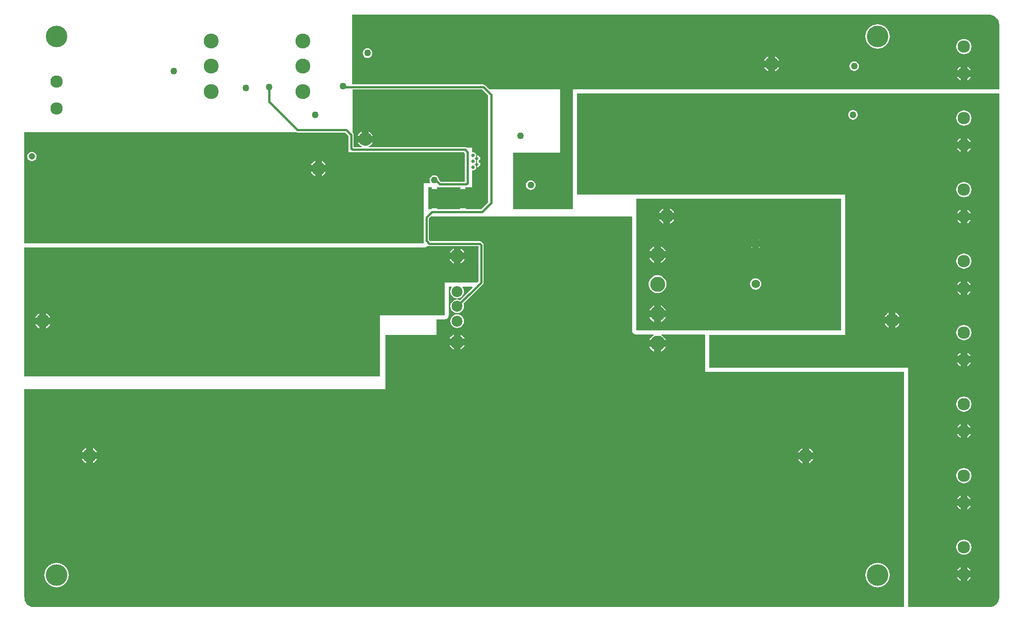
<source format=gbl>
G04*
G04 #@! TF.GenerationSoftware,Altium Limited,Altium Designer,19.1.7 (138)*
G04*
G04 Layer_Physical_Order=4*
G04 Layer_Color=16711680*
%FSLAX25Y25*%
%MOIN*%
G70*
G01*
G75*
%ADD73C,0.06200*%
%ADD75C,0.02480*%
%ADD77C,0.01600*%
%ADD84C,0.10000*%
%ADD85C,0.10925*%
%ADD86C,0.09961*%
%ADD87C,0.07953*%
%ADD88C,0.10984*%
%ADD89C,0.15748*%
%ADD90C,0.09055*%
%ADD92C,0.05000*%
%ADD94C,0.04724*%
G36*
X340500Y375905D02*
Y337600D01*
X340500Y297795D01*
X335340Y292635D01*
X324186D01*
X324016Y293135D01*
X324491Y293500D01*
X319509D01*
X319984Y293135D01*
X319814Y292635D01*
X303386D01*
X303216Y293135D01*
X303691Y293500D01*
X298709D01*
X299230Y293100D01*
X299060Y292600D01*
X296600D01*
X296600Y308574D01*
X297888D01*
X297987Y308587D01*
X298086Y308581D01*
X298184Y308600D01*
X299439D01*
X299538Y308100D01*
X299435Y308057D01*
X298709Y307500D01*
X303691D01*
X302965Y308057D01*
X302862Y308100D01*
X302961Y308600D01*
X320239Y308600D01*
X320338Y308100D01*
X320235Y308057D01*
X319509Y307500D01*
X324491D01*
X323765Y308057D01*
X323662Y308100D01*
X323761Y308600D01*
X328700D01*
Y320858D01*
X329086Y321176D01*
X329541Y321085D01*
X330415Y321259D01*
X331156Y321754D01*
X331651Y322495D01*
X331825Y323369D01*
X331651Y324243D01*
X331156Y324984D01*
X330782Y325234D01*
Y325835D01*
X331156Y326085D01*
X331651Y326826D01*
X331825Y327700D01*
X331651Y328574D01*
X331156Y329315D01*
X330782Y329565D01*
Y330166D01*
X331156Y330416D01*
X331651Y331157D01*
X331825Y332031D01*
X331651Y332905D01*
X331156Y333646D01*
X330415Y334141D01*
X329541Y334315D01*
X329086Y334224D01*
X328700Y334542D01*
Y337600D01*
X324745D01*
X324302Y337896D01*
X323600Y338035D01*
X253230D01*
X253104Y338535D01*
X253949Y338987D01*
X254863Y339737D01*
X255613Y340651D01*
X256067Y341500D01*
X250600D01*
X245133D01*
X245587Y340651D01*
X246337Y339737D01*
X247251Y338987D01*
X248096Y338535D01*
X247970Y338035D01*
X242135D01*
Y347100D01*
X241996Y347802D01*
X241598Y348398D01*
X241500Y348495D01*
Y380265D01*
X336140D01*
X340500Y375905D01*
D02*
G37*
G36*
X200220Y348900D02*
X200900Y348765D01*
X236040D01*
X238465Y346340D01*
Y337137D01*
X238500Y336960D01*
Y334500D01*
X240557D01*
X241237Y334365D01*
X322840D01*
X323465Y333740D01*
Y312735D01*
X305780D01*
X304628Y313887D01*
X304630Y313900D01*
X304510Y314814D01*
X304157Y315665D01*
X303596Y316396D01*
X302865Y316957D01*
X302014Y317310D01*
X301100Y317430D01*
X300186Y317310D01*
X299335Y316957D01*
X298604Y316396D01*
X298043Y315665D01*
X297690Y314814D01*
X297570Y313900D01*
X297690Y312986D01*
X298043Y312135D01*
X298109Y312048D01*
X297888Y311600D01*
X293500D01*
X293500Y286928D01*
X293427Y286563D01*
Y269537D01*
X293500Y269172D01*
Y267600D01*
X238500Y267600D01*
X1538D01*
Y348900D01*
X200220Y348900D01*
D02*
G37*
G36*
X706134Y434976D02*
X706203Y434962D01*
X706992Y434952D01*
X708535Y434627D01*
X709986Y434011D01*
X711291Y433125D01*
X712400Y432004D01*
X713271Y430690D01*
X713872Y429232D01*
X714180Y427685D01*
X714182Y426879D01*
X714184Y426869D01*
X714162Y426763D01*
Y380300D01*
X402307D01*
Y292600D01*
X358700D01*
Y333900D01*
X393107D01*
X393107Y380300D01*
X341296Y380300D01*
X338198Y383398D01*
X337602Y383796D01*
X337486Y383819D01*
X336900Y383935D01*
X241207D01*
X241207Y434978D01*
X706134Y434976D01*
D02*
G37*
G36*
X296698Y265704D02*
X297400Y265565D01*
X333465D01*
Y239831D01*
X332534Y238900D01*
X308600Y238900D01*
X308600Y215100D01*
X261436D01*
Y170300D01*
X1538D01*
Y264574D01*
X238500D01*
X293500Y264574D01*
X294283Y264677D01*
X295013Y264980D01*
X295640Y265460D01*
X295900Y265800D01*
X296555D01*
X296698Y265704D01*
D02*
G37*
G36*
X445774Y287058D02*
X445774Y203900D01*
X445877Y203117D01*
X446179Y202387D01*
X446660Y201760D01*
X447287Y201279D01*
X448017Y200977D01*
X448800Y200874D01*
X461305D01*
X461430Y200374D01*
X460632Y199948D01*
X459644Y199136D01*
X458833Y198148D01*
X458232Y197024D01*
X470282D01*
X469681Y198148D01*
X468869Y199136D01*
X467881Y199948D01*
X467083Y200374D01*
X467209Y200874D01*
X498821D01*
X498974Y200700D01*
Y176800D01*
X499033Y176352D01*
Y173750D01*
X644274D01*
X644274Y1538D01*
X8633Y1538D01*
X7943D01*
X6588Y1805D01*
X5310Y2328D01*
X4157Y3090D01*
X3173Y4059D01*
X2395Y5200D01*
X1853Y6470D01*
X1565Y7826D01*
X1551Y8538D01*
X1536Y8607D01*
X1538Y8616D01*
Y8655D01*
X1538Y8657D01*
X1538Y8662D01*
Y161050D01*
X265233Y161050D01*
X265233Y200650D01*
X283033D01*
X302733Y200650D01*
Y212074D01*
X308600D01*
X309383Y212177D01*
X310113Y212479D01*
X310740Y212960D01*
X311221Y213587D01*
X311523Y214317D01*
X311626Y215100D01*
X311626Y235874D01*
X313599D01*
X313821Y235426D01*
X313453Y234947D01*
X312952Y233736D01*
X312781Y232437D01*
X312952Y231138D01*
X313453Y229927D01*
X314251Y228888D01*
X315290Y228090D01*
X316501Y227589D01*
X317800Y227418D01*
X319099Y227589D01*
X320310Y228090D01*
X321349Y228888D01*
X322147Y229927D01*
X322648Y231138D01*
X322819Y232437D01*
X322648Y233736D01*
X322147Y234947D01*
X321779Y235426D01*
X322001Y235874D01*
X328854Y235874D01*
X329046Y235412D01*
X319774Y226140D01*
X319099Y226419D01*
X317800Y226590D01*
X316501Y226419D01*
X315290Y225918D01*
X314251Y225120D01*
X313453Y224080D01*
X312952Y222870D01*
X312781Y221571D01*
X312952Y220272D01*
X313453Y219061D01*
X314251Y218022D01*
X315290Y217224D01*
X316501Y216723D01*
X317800Y216551D01*
X319099Y216723D01*
X320310Y217224D01*
X321349Y218022D01*
X322147Y219061D01*
X322648Y220272D01*
X322819Y221571D01*
X322648Y222870D01*
X322369Y223544D01*
X336598Y237773D01*
X336996Y238369D01*
X337135Y239071D01*
Y266463D01*
X336996Y267165D01*
X336598Y267760D01*
X335661Y268698D01*
X335065Y269096D01*
X334363Y269235D01*
X298160D01*
X297098Y270297D01*
Y285803D01*
X298478Y287182D01*
X445420Y287411D01*
X445774Y287058D01*
D02*
G37*
G36*
X598400Y203900D02*
X448800D01*
X448800Y300300D01*
X598400D01*
X598400Y203900D01*
D02*
G37*
G36*
X714162Y9600D02*
Y8804D01*
X713852Y7243D01*
X713243Y5772D01*
X712358Y4448D01*
X711233Y3323D01*
X709909Y2438D01*
X708438Y1829D01*
X706877Y1518D01*
X706063D01*
X706052Y1516D01*
X705943Y1538D01*
X647300Y1538D01*
X647300Y176800D01*
X502000Y176800D01*
Y200700D01*
X601400Y200700D01*
Y203703D01*
X601426Y203900D01*
X601426Y300300D01*
X601400Y300496D01*
Y303400D01*
X405333Y303400D01*
Y377274D01*
X714162D01*
Y9600D01*
D02*
G37*
%LPC*%
G36*
X253100Y349467D02*
Y346500D01*
X256067D01*
X255613Y347350D01*
X254863Y348263D01*
X253949Y349013D01*
X253100Y349467D01*
D02*
G37*
G36*
X248100D02*
X247251Y349013D01*
X246337Y348263D01*
X245587Y347350D01*
X245133Y346500D01*
X248100D01*
Y349467D01*
D02*
G37*
G36*
X334659Y332031D02*
X332375D01*
X332549Y331157D01*
X333044Y330416D01*
X333418Y330166D01*
Y329565D01*
X333044Y329315D01*
X332549Y328574D01*
X332375Y327700D01*
X332549Y326826D01*
X333044Y326085D01*
X333418Y325835D01*
Y325234D01*
X333044Y324984D01*
X332549Y324243D01*
X332375Y323369D01*
X334659D01*
Y325200D01*
Y329531D01*
Y332031D01*
D02*
G37*
G36*
X7060Y334591D02*
X6182Y334475D01*
X5364Y334137D01*
X4662Y333598D01*
X4123Y332895D01*
X3784Y332078D01*
X3669Y331200D01*
X3784Y330322D01*
X4123Y329504D01*
X4662Y328802D01*
X5364Y328263D01*
X6182Y327924D01*
X7060Y327809D01*
X7937Y327924D01*
X8755Y328263D01*
X9458Y328802D01*
X9996Y329504D01*
X10335Y330322D01*
X10451Y331200D01*
X10335Y332078D01*
X9996Y332895D01*
X9458Y333598D01*
X8755Y334137D01*
X7937Y334475D01*
X7060Y334591D01*
D02*
G37*
G36*
X218900Y327967D02*
Y325000D01*
X221867D01*
X221413Y325850D01*
X220663Y326763D01*
X219749Y327513D01*
X218900Y327967D01*
D02*
G37*
G36*
X213900D02*
X213051Y327513D01*
X212137Y326763D01*
X211387Y325850D01*
X210933Y325000D01*
X213900D01*
Y327967D01*
D02*
G37*
G36*
X221867Y320000D02*
X218900D01*
Y317033D01*
X219749Y317487D01*
X220663Y318237D01*
X221413Y319150D01*
X221867Y320000D01*
D02*
G37*
G36*
X213900D02*
X210933D01*
X211387Y319150D01*
X212137Y318237D01*
X213051Y317487D01*
X213900Y317033D01*
Y320000D01*
D02*
G37*
G36*
X625000Y427917D02*
X623260Y427746D01*
X621588Y427238D01*
X620046Y426414D01*
X618695Y425305D01*
X617586Y423954D01*
X616762Y422412D01*
X616254Y420740D01*
X616083Y419000D01*
X616254Y417260D01*
X616762Y415588D01*
X617586Y414046D01*
X618695Y412695D01*
X620046Y411586D01*
X621588Y410762D01*
X623260Y410254D01*
X625000Y410083D01*
X626740Y410254D01*
X628412Y410762D01*
X629954Y411586D01*
X631305Y412695D01*
X632414Y414046D01*
X633238Y415588D01*
X633746Y417260D01*
X633917Y419000D01*
X633746Y420740D01*
X633238Y422412D01*
X632414Y423954D01*
X631305Y425305D01*
X629954Y426414D01*
X628412Y427238D01*
X626740Y427746D01*
X625000Y427917D01*
D02*
G37*
G36*
X688100Y417175D02*
X686657Y416985D01*
X685312Y416428D01*
X684158Y415542D01*
X683272Y414388D01*
X682715Y413043D01*
X682525Y411600D01*
X682715Y410157D01*
X683272Y408812D01*
X684158Y407658D01*
X685312Y406772D01*
X686657Y406215D01*
X688100Y406025D01*
X689543Y406215D01*
X690888Y406772D01*
X692042Y407658D01*
X692928Y408812D01*
X693485Y410157D01*
X693675Y411600D01*
X693485Y413043D01*
X692928Y414388D01*
X692042Y415542D01*
X690888Y416428D01*
X689543Y416985D01*
X688100Y417175D01*
D02*
G37*
G36*
X252300Y410430D02*
X251386Y410310D01*
X250535Y409957D01*
X249804Y409396D01*
X249243Y408665D01*
X248890Y407814D01*
X248770Y406900D01*
X248890Y405986D01*
X249243Y405135D01*
X249804Y404404D01*
X250535Y403843D01*
X251386Y403490D01*
X252300Y403370D01*
X253214Y403490D01*
X254065Y403843D01*
X254796Y404404D01*
X255357Y405135D01*
X255710Y405986D01*
X255830Y406900D01*
X255710Y407814D01*
X255357Y408665D01*
X254796Y409396D01*
X254065Y409957D01*
X253214Y410310D01*
X252300Y410430D01*
D02*
G37*
G36*
X550100Y404467D02*
Y401500D01*
X553067D01*
X552613Y402350D01*
X551863Y403263D01*
X550949Y404013D01*
X550100Y404467D01*
D02*
G37*
G36*
X545100D02*
X544250Y404013D01*
X543337Y403263D01*
X542587Y402350D01*
X542133Y401500D01*
X545100D01*
Y404467D01*
D02*
G37*
G36*
X690600Y396862D02*
Y394415D01*
X693048D01*
X692928Y394703D01*
X692042Y395857D01*
X690888Y396743D01*
X690600Y396862D01*
D02*
G37*
G36*
X685600D02*
X685312Y396743D01*
X684158Y395857D01*
X683272Y394703D01*
X683152Y394415D01*
X685600D01*
Y396862D01*
D02*
G37*
G36*
X608000Y400830D02*
X607086Y400710D01*
X606235Y400357D01*
X605504Y399796D01*
X604943Y399065D01*
X604590Y398214D01*
X604470Y397300D01*
X604590Y396386D01*
X604943Y395535D01*
X605504Y394804D01*
X606235Y394243D01*
X607086Y393890D01*
X608000Y393770D01*
X608914Y393890D01*
X609765Y394243D01*
X610496Y394804D01*
X611057Y395535D01*
X611410Y396386D01*
X611530Y397300D01*
X611410Y398214D01*
X611057Y399065D01*
X610496Y399796D01*
X609765Y400357D01*
X608914Y400710D01*
X608000Y400830D01*
D02*
G37*
G36*
X553067Y396500D02*
X550100D01*
Y393533D01*
X550949Y393987D01*
X551863Y394737D01*
X552613Y395651D01*
X553067Y396500D01*
D02*
G37*
G36*
X545100D02*
X542133D01*
X542587Y395651D01*
X543337Y394737D01*
X544250Y393987D01*
X545100Y393533D01*
Y396500D01*
D02*
G37*
G36*
X693048Y389415D02*
X690600D01*
Y386967D01*
X690888Y387087D01*
X692042Y387973D01*
X692928Y389127D01*
X693048Y389415D01*
D02*
G37*
G36*
X685600D02*
X683152D01*
X683272Y389127D01*
X684158Y387973D01*
X685312Y387087D01*
X685600Y386967D01*
Y389415D01*
D02*
G37*
G36*
X371600Y313830D02*
X370686Y313710D01*
X369835Y313357D01*
X369104Y312796D01*
X368543Y312065D01*
X368190Y311214D01*
X368070Y310300D01*
X368190Y309386D01*
X368543Y308535D01*
X369104Y307804D01*
X369835Y307243D01*
X370686Y306890D01*
X371600Y306770D01*
X372514Y306890D01*
X373365Y307243D01*
X374096Y307804D01*
X374657Y308535D01*
X375010Y309386D01*
X375130Y310300D01*
X375010Y311214D01*
X374657Y312065D01*
X374096Y312796D01*
X373365Y313357D01*
X372514Y313710D01*
X371600Y313830D01*
D02*
G37*
G36*
X320300Y263945D02*
Y261000D01*
X323245D01*
X322797Y261839D01*
X322049Y262749D01*
X321139Y263496D01*
X320300Y263945D01*
D02*
G37*
G36*
X315300D02*
X314461Y263496D01*
X313551Y262749D01*
X312804Y261839D01*
X312355Y261000D01*
X315300D01*
Y263945D01*
D02*
G37*
G36*
X323245Y256000D02*
X320300D01*
Y253055D01*
X321139Y253503D01*
X322049Y254251D01*
X322797Y255161D01*
X323245Y256000D01*
D02*
G37*
G36*
X315300D02*
X312355D01*
X312804Y255161D01*
X313551Y254251D01*
X314461Y253503D01*
X315300Y253055D01*
Y256000D01*
D02*
G37*
G36*
X17400Y216367D02*
Y213400D01*
X20367D01*
X19913Y214249D01*
X19163Y215163D01*
X18249Y215913D01*
X17400Y216367D01*
D02*
G37*
G36*
X12400D02*
X11550Y215913D01*
X10637Y215163D01*
X9887Y214249D01*
X9433Y213400D01*
X12400D01*
Y216367D01*
D02*
G37*
G36*
X20367Y208400D02*
X17400D01*
Y205433D01*
X18249Y205887D01*
X19163Y206637D01*
X19913Y207551D01*
X20367Y208400D01*
D02*
G37*
G36*
X12400D02*
X9433D01*
X9887Y207551D01*
X10637Y206637D01*
X11550Y205887D01*
X12400Y205433D01*
Y208400D01*
D02*
G37*
G36*
X317800Y215763D02*
X316501Y215592D01*
X315290Y215091D01*
X314251Y214293D01*
X313453Y213254D01*
X312952Y212043D01*
X312781Y210744D01*
X312952Y209445D01*
X313453Y208234D01*
X314251Y207195D01*
X315290Y206397D01*
X316501Y205896D01*
X317800Y205725D01*
X319099Y205896D01*
X320310Y206397D01*
X321349Y207195D01*
X322147Y208234D01*
X322648Y209445D01*
X322819Y210744D01*
X322648Y212043D01*
X322147Y213254D01*
X321349Y214293D01*
X320310Y215091D01*
X319099Y215592D01*
X317800Y215763D01*
D02*
G37*
G36*
X320300Y200953D02*
Y198008D01*
X323245D01*
X322797Y198846D01*
X322049Y199757D01*
X321139Y200504D01*
X320300Y200953D01*
D02*
G37*
G36*
X315300D02*
X314461Y200504D01*
X313551Y199757D01*
X312804Y198846D01*
X312355Y198008D01*
X315300D01*
Y200953D01*
D02*
G37*
G36*
X323245Y193008D02*
X320300D01*
Y190063D01*
X321139Y190511D01*
X322049Y191259D01*
X322797Y192169D01*
X323245Y193008D01*
D02*
G37*
G36*
X315300D02*
X312355D01*
X312804Y192169D01*
X313551Y191259D01*
X314461Y190511D01*
X315300Y190063D01*
Y193008D01*
D02*
G37*
G36*
X470282Y192024D02*
X466757D01*
Y188499D01*
X467881Y189100D01*
X468869Y189911D01*
X469681Y190899D01*
X470282Y192024D01*
D02*
G37*
G36*
X461757D02*
X458232D01*
X458833Y190899D01*
X459644Y189911D01*
X460632Y189100D01*
X461757Y188499D01*
Y192024D01*
D02*
G37*
G36*
X51600Y117967D02*
Y115000D01*
X54567D01*
X54113Y115849D01*
X53363Y116763D01*
X52450Y117513D01*
X51600Y117967D01*
D02*
G37*
G36*
X46600D02*
X45750Y117513D01*
X44837Y116763D01*
X44087Y115849D01*
X43633Y115000D01*
X46600D01*
Y117967D01*
D02*
G37*
G36*
X575000Y117767D02*
Y114800D01*
X577967D01*
X577513Y115649D01*
X576763Y116563D01*
X575849Y117313D01*
X575000Y117767D01*
D02*
G37*
G36*
X570000D02*
X569150Y117313D01*
X568237Y116563D01*
X567487Y115649D01*
X567033Y114800D01*
X570000D01*
Y117767D01*
D02*
G37*
G36*
X54567Y110000D02*
X51600D01*
Y107033D01*
X52450Y107487D01*
X53363Y108237D01*
X54113Y109151D01*
X54567Y110000D01*
D02*
G37*
G36*
X46600D02*
X43633D01*
X44087Y109151D01*
X44837Y108237D01*
X45750Y107487D01*
X46600Y107033D01*
Y110000D01*
D02*
G37*
G36*
X577967Y109800D02*
X575000D01*
Y106833D01*
X575849Y107287D01*
X576763Y108037D01*
X577513Y108950D01*
X577967Y109800D01*
D02*
G37*
G36*
X570000D02*
X567033D01*
X567487Y108950D01*
X568237Y108037D01*
X569150Y107287D01*
X570000Y106833D01*
Y109800D01*
D02*
G37*
G36*
X625000Y33917D02*
X623260Y33746D01*
X621588Y33238D01*
X620046Y32414D01*
X618695Y31305D01*
X617586Y29954D01*
X616762Y28412D01*
X616254Y26740D01*
X616083Y25000D01*
X616254Y23260D01*
X616762Y21588D01*
X617586Y20046D01*
X618695Y18695D01*
X620046Y17586D01*
X621588Y16762D01*
X623260Y16254D01*
X625000Y16083D01*
X626740Y16254D01*
X628412Y16762D01*
X629954Y17586D01*
X631305Y18695D01*
X632414Y20046D01*
X633238Y21588D01*
X633746Y23260D01*
X633917Y25000D01*
X633746Y26740D01*
X633238Y28412D01*
X632414Y29954D01*
X631305Y31305D01*
X629954Y32414D01*
X628412Y33238D01*
X626740Y33746D01*
X625000Y33917D01*
D02*
G37*
G36*
X25000D02*
X23260Y33746D01*
X21588Y33238D01*
X20046Y32414D01*
X18695Y31305D01*
X17586Y29954D01*
X16762Y28412D01*
X16254Y26740D01*
X16083Y25000D01*
X16254Y23260D01*
X16762Y21588D01*
X17586Y20046D01*
X18695Y18695D01*
X20046Y17586D01*
X21588Y16762D01*
X23260Y16254D01*
X25000Y16083D01*
X26740Y16254D01*
X28412Y16762D01*
X29954Y17586D01*
X31305Y18695D01*
X32414Y20046D01*
X33238Y21588D01*
X33746Y23260D01*
X33917Y25000D01*
X33746Y26740D01*
X33238Y28412D01*
X32414Y29954D01*
X31305Y31305D01*
X29954Y32414D01*
X28412Y33238D01*
X26740Y33746D01*
X25000Y33917D01*
D02*
G37*
G36*
X473400Y293067D02*
Y290100D01*
X476367D01*
X475913Y290950D01*
X475163Y291863D01*
X474250Y292613D01*
X473400Y293067D01*
D02*
G37*
G36*
X468400D02*
X467551Y292613D01*
X466637Y291863D01*
X465887Y290950D01*
X465433Y290100D01*
X468400D01*
Y293067D01*
D02*
G37*
G36*
X476367Y285100D02*
X473400D01*
Y282133D01*
X474250Y282587D01*
X475163Y283337D01*
X475913Y284250D01*
X476367Y285100D01*
D02*
G37*
G36*
X468400D02*
X465433D01*
X465887Y284250D01*
X466637Y283337D01*
X467551Y282587D01*
X468400Y282133D01*
Y285100D01*
D02*
G37*
G36*
X538400Y270750D02*
Y270000D01*
X539150D01*
X538824Y270424D01*
X538400Y270750D01*
D02*
G37*
G36*
X533400D02*
X532976Y270424D01*
X532650Y270000D01*
X533400D01*
Y270750D01*
D02*
G37*
G36*
X539150Y265000D02*
X538400D01*
Y264250D01*
X538824Y264576D01*
X539150Y265000D01*
D02*
G37*
G36*
X533400D02*
X532650D01*
X532976Y264576D01*
X533400Y264250D01*
Y265000D01*
D02*
G37*
G36*
X466757Y265509D02*
Y261984D01*
X470282D01*
X469681Y263108D01*
X468869Y264097D01*
X467881Y264908D01*
X466757Y265509D01*
D02*
G37*
G36*
X461757D02*
X460632Y264908D01*
X459644Y264097D01*
X458833Y263108D01*
X458232Y261984D01*
X461757D01*
Y265509D01*
D02*
G37*
G36*
X470282Y256984D02*
X466757D01*
Y253459D01*
X467881Y254060D01*
X468869Y254871D01*
X469681Y255860D01*
X470282Y256984D01*
D02*
G37*
G36*
X461757D02*
X458232D01*
X458833Y255860D01*
X459644Y254871D01*
X460632Y254060D01*
X461757Y253459D01*
Y256984D01*
D02*
G37*
G36*
X535900Y242108D02*
X534830Y241967D01*
X533832Y241554D01*
X532976Y240897D01*
X532319Y240040D01*
X531906Y239043D01*
X531765Y237972D01*
X531906Y236902D01*
X532319Y235905D01*
X532976Y235048D01*
X533832Y234391D01*
X534830Y233978D01*
X535900Y233837D01*
X536970Y233978D01*
X537968Y234391D01*
X538824Y235048D01*
X539481Y235905D01*
X539894Y236902D01*
X540035Y237972D01*
X539894Y239043D01*
X539481Y240040D01*
X538824Y240897D01*
X537968Y241554D01*
X536970Y241967D01*
X535900Y242108D01*
D02*
G37*
G36*
X464257Y244354D02*
X462984Y244229D01*
X461760Y243858D01*
X460632Y243255D01*
X459644Y242443D01*
X458833Y241455D01*
X458230Y240327D01*
X457859Y239103D01*
X457733Y237831D01*
X457859Y236558D01*
X458230Y235334D01*
X458833Y234206D01*
X459644Y233218D01*
X460632Y232407D01*
X461760Y231804D01*
X462984Y231433D01*
X464257Y231307D01*
X465529Y231433D01*
X466753Y231804D01*
X467881Y232407D01*
X468869Y233218D01*
X469681Y234206D01*
X470284Y235334D01*
X470655Y236558D01*
X470780Y237831D01*
X470655Y239103D01*
X470284Y240327D01*
X469681Y241455D01*
X468869Y242443D01*
X467881Y243255D01*
X466753Y243858D01*
X465529Y244229D01*
X464257Y244354D01*
D02*
G37*
G36*
X466757Y222202D02*
Y218677D01*
X470282D01*
X469681Y219801D01*
X468869Y220790D01*
X467881Y221601D01*
X466757Y222202D01*
D02*
G37*
G36*
X461757D02*
X460632Y221601D01*
X459644Y220790D01*
X458833Y219801D01*
X458232Y218677D01*
X461757D01*
Y222202D01*
D02*
G37*
G36*
X470282Y213677D02*
X466757D01*
Y210152D01*
X467881Y210753D01*
X468869Y211564D01*
X469681Y212553D01*
X470282Y213677D01*
D02*
G37*
G36*
X461757D02*
X458232D01*
X458833Y212553D01*
X459644Y211564D01*
X460632Y210753D01*
X461757Y210152D01*
Y213677D01*
D02*
G37*
G36*
X607100Y365230D02*
X606186Y365110D01*
X605335Y364757D01*
X604604Y364196D01*
X604043Y363465D01*
X603690Y362614D01*
X603570Y361700D01*
X603690Y360786D01*
X604043Y359935D01*
X604604Y359204D01*
X605335Y358643D01*
X606186Y358290D01*
X607100Y358170D01*
X608014Y358290D01*
X608865Y358643D01*
X609596Y359204D01*
X610157Y359935D01*
X610510Y360786D01*
X610630Y361700D01*
X610510Y362614D01*
X610157Y363465D01*
X609596Y364196D01*
X608865Y364757D01*
X608014Y365110D01*
X607100Y365230D01*
D02*
G37*
G36*
X688100Y364867D02*
X686657Y364677D01*
X685312Y364120D01*
X684158Y363234D01*
X683272Y362079D01*
X682715Y360735D01*
X682525Y359292D01*
X682715Y357849D01*
X683272Y356504D01*
X684158Y355349D01*
X685312Y354464D01*
X686657Y353906D01*
X688100Y353716D01*
X689543Y353906D01*
X690888Y354464D01*
X692042Y355349D01*
X692928Y356504D01*
X693485Y357849D01*
X693675Y359292D01*
X693485Y360735D01*
X692928Y362079D01*
X692042Y363234D01*
X690888Y364120D01*
X689543Y364677D01*
X688100Y364867D01*
D02*
G37*
G36*
X690600Y344554D02*
Y342107D01*
X693048D01*
X692928Y342394D01*
X692042Y343549D01*
X690888Y344435D01*
X690600Y344554D01*
D02*
G37*
G36*
X685600Y344554D02*
X685312Y344435D01*
X684158Y343549D01*
X683272Y342394D01*
X683152Y342107D01*
X685600D01*
Y344554D01*
D02*
G37*
G36*
Y337107D02*
X683152D01*
X683272Y336819D01*
X684158Y335664D01*
X685312Y334778D01*
X685600Y334659D01*
Y337107D01*
D02*
G37*
G36*
X693048D02*
X690600D01*
Y334659D01*
X690888Y334778D01*
X692042Y335664D01*
X692928Y336819D01*
X693048Y337107D01*
D02*
G37*
G36*
X688100Y312559D02*
X686657Y312369D01*
X685312Y311812D01*
X684158Y310926D01*
X683272Y309771D01*
X682715Y308426D01*
X682525Y306984D01*
X682715Y305541D01*
X683272Y304196D01*
X684158Y303041D01*
X685312Y302155D01*
X686657Y301598D01*
X688100Y301408D01*
X689543Y301598D01*
X690888Y302155D01*
X692042Y303041D01*
X692928Y304196D01*
X693485Y305541D01*
X693675Y306984D01*
X693485Y308426D01*
X692928Y309771D01*
X692042Y310926D01*
X690888Y311812D01*
X689543Y312369D01*
X688100Y312559D01*
D02*
G37*
G36*
X690600Y292246D02*
Y289798D01*
X693048D01*
X692928Y290086D01*
X692042Y291241D01*
X690888Y292127D01*
X690600Y292246D01*
D02*
G37*
G36*
X685600D02*
X685312Y292127D01*
X684158Y291241D01*
X683272Y290086D01*
X683152Y289798D01*
X685600D01*
Y292246D01*
D02*
G37*
G36*
Y284799D02*
X683152D01*
X683272Y284511D01*
X684158Y283356D01*
X685312Y282470D01*
X685600Y282351D01*
Y284799D01*
D02*
G37*
G36*
X693048D02*
X690600D01*
Y282351D01*
X690888Y282470D01*
X692042Y283356D01*
X692928Y284511D01*
X693048Y284799D01*
D02*
G37*
G36*
X688100Y260251D02*
X686657Y260061D01*
X685312Y259504D01*
X684158Y258618D01*
X683272Y257463D01*
X682715Y256118D01*
X682525Y254675D01*
X682715Y253232D01*
X683272Y251888D01*
X684158Y250733D01*
X685312Y249847D01*
X686657Y249290D01*
X688100Y249100D01*
X689543Y249290D01*
X690888Y249847D01*
X692042Y250733D01*
X692928Y251888D01*
X693485Y253232D01*
X693675Y254675D01*
X693485Y256118D01*
X692928Y257463D01*
X692042Y258618D01*
X690888Y259504D01*
X689543Y260061D01*
X688100Y260251D01*
D02*
G37*
G36*
X690600Y239938D02*
Y237490D01*
X693048D01*
X692928Y237778D01*
X692042Y238933D01*
X690888Y239819D01*
X690600Y239938D01*
D02*
G37*
G36*
X685600D02*
X685312Y239819D01*
X684158Y238933D01*
X683272Y237778D01*
X683152Y237490D01*
X685600D01*
Y239938D01*
D02*
G37*
G36*
X693048Y232490D02*
X690600D01*
Y230043D01*
X690888Y230162D01*
X692042Y231048D01*
X692928Y232203D01*
X693048Y232490D01*
D02*
G37*
G36*
X685600D02*
X683152D01*
X683272Y232203D01*
X684158Y231048D01*
X685312Y230162D01*
X685600Y230043D01*
Y232490D01*
D02*
G37*
G36*
X638200Y216967D02*
Y214000D01*
X641167D01*
X640713Y214849D01*
X639963Y215763D01*
X639049Y216513D01*
X638200Y216967D01*
D02*
G37*
G36*
X633200D02*
X632350Y216513D01*
X631437Y215763D01*
X630687Y214849D01*
X630233Y214000D01*
X633200D01*
Y216967D01*
D02*
G37*
G36*
X641167Y209000D02*
X638200D01*
Y206033D01*
X639049Y206487D01*
X639963Y207237D01*
X640713Y208151D01*
X641167Y209000D01*
D02*
G37*
G36*
X633200D02*
X630233D01*
X630687Y208151D01*
X631437Y207237D01*
X632350Y206487D01*
X633200Y206033D01*
Y209000D01*
D02*
G37*
G36*
X688100Y207942D02*
X686657Y207752D01*
X685312Y207195D01*
X684158Y206310D01*
X683272Y205155D01*
X682715Y203810D01*
X682525Y202367D01*
X682715Y200924D01*
X683272Y199580D01*
X684158Y198425D01*
X685312Y197539D01*
X686657Y196982D01*
X688100Y196792D01*
X689543Y196982D01*
X690888Y197539D01*
X692042Y198425D01*
X692928Y199580D01*
X693485Y200924D01*
X693675Y202367D01*
X693485Y203810D01*
X692928Y205155D01*
X692042Y206310D01*
X690888Y207195D01*
X689543Y207752D01*
X688100Y207942D01*
D02*
G37*
G36*
X690600Y187630D02*
Y185182D01*
X693048D01*
X692928Y185470D01*
X692042Y186624D01*
X690888Y187510D01*
X690600Y187630D01*
D02*
G37*
G36*
X685600D02*
X685312Y187510D01*
X684158Y186624D01*
X683272Y185470D01*
X683152Y185182D01*
X685600D01*
Y187630D01*
D02*
G37*
G36*
X693048Y180182D02*
X690600D01*
Y177735D01*
X690888Y177854D01*
X692042Y178740D01*
X692928Y179894D01*
X693048Y180182D01*
D02*
G37*
G36*
X685600D02*
X683152D01*
X683272Y179894D01*
X684158Y178740D01*
X685312Y177854D01*
X685600Y177735D01*
Y180182D01*
D02*
G37*
G36*
X688100Y155634D02*
X686657Y155444D01*
X685312Y154887D01*
X684158Y154001D01*
X683272Y152847D01*
X682715Y151502D01*
X682525Y150059D01*
X682715Y148616D01*
X683272Y147271D01*
X684158Y146117D01*
X685312Y145231D01*
X686657Y144674D01*
X688100Y144484D01*
X689543Y144674D01*
X690888Y145231D01*
X692042Y146117D01*
X692928Y147271D01*
X693485Y148616D01*
X693675Y150059D01*
X693485Y151502D01*
X692928Y152847D01*
X692042Y154001D01*
X690888Y154887D01*
X689543Y155444D01*
X688100Y155634D01*
D02*
G37*
G36*
X690600Y135321D02*
Y132874D01*
X693048D01*
X692928Y133161D01*
X692042Y134316D01*
X690888Y135202D01*
X690600Y135321D01*
D02*
G37*
G36*
X685600D02*
X685312Y135202D01*
X684158Y134316D01*
X683272Y133161D01*
X683152Y132874D01*
X685600D01*
Y135321D01*
D02*
G37*
G36*
X693048Y127874D02*
X690600D01*
Y125426D01*
X690888Y125546D01*
X692042Y126432D01*
X692928Y127586D01*
X693048Y127874D01*
D02*
G37*
G36*
X685600D02*
X683152D01*
X683272Y127586D01*
X684158Y126432D01*
X685312Y125546D01*
X685600Y125426D01*
Y127874D01*
D02*
G37*
G36*
X688100Y103326D02*
X686657Y103136D01*
X685312Y102579D01*
X684158Y101693D01*
X683272Y100538D01*
X682715Y99194D01*
X682525Y97751D01*
X682715Y96308D01*
X683272Y94963D01*
X684158Y93808D01*
X685312Y92922D01*
X686657Y92365D01*
X688100Y92176D01*
X689543Y92365D01*
X690888Y92922D01*
X692042Y93808D01*
X692928Y94963D01*
X693485Y96308D01*
X693675Y97751D01*
X693485Y99194D01*
X692928Y100538D01*
X692042Y101693D01*
X690888Y102579D01*
X689543Y103136D01*
X688100Y103326D01*
D02*
G37*
G36*
X690600Y83013D02*
Y80566D01*
X693048D01*
X692928Y80853D01*
X692042Y82008D01*
X690888Y82894D01*
X690600Y83013D01*
D02*
G37*
G36*
X685600D02*
X685312Y82894D01*
X684158Y82008D01*
X683272Y80853D01*
X683152Y80566D01*
X685600D01*
Y83013D01*
D02*
G37*
G36*
X693048Y75566D02*
X690600D01*
Y73118D01*
X690888Y73237D01*
X692042Y74123D01*
X692928Y75278D01*
X693048Y75566D01*
D02*
G37*
G36*
X685600D02*
X683152D01*
X683272Y75278D01*
X684158Y74123D01*
X685312Y73237D01*
X685600Y73118D01*
Y75566D01*
D02*
G37*
G36*
X688100Y51018D02*
X686657Y50828D01*
X685312Y50271D01*
X684158Y49385D01*
X683272Y48230D01*
X682715Y46885D01*
X682525Y45443D01*
X682715Y43999D01*
X683272Y42655D01*
X684158Y41500D01*
X685312Y40614D01*
X686657Y40057D01*
X688100Y39867D01*
X689543Y40057D01*
X690888Y40614D01*
X692042Y41500D01*
X692928Y42655D01*
X693485Y43999D01*
X693675Y45443D01*
X693485Y46885D01*
X692928Y48230D01*
X692042Y49385D01*
X690888Y50271D01*
X689543Y50828D01*
X688100Y51018D01*
D02*
G37*
G36*
X690600Y30705D02*
Y28258D01*
X693048D01*
X692928Y28545D01*
X692042Y29700D01*
X690888Y30586D01*
X690600Y30705D01*
D02*
G37*
G36*
X685600D02*
X685312Y30586D01*
X684158Y29700D01*
X683272Y28545D01*
X683152Y28258D01*
X685600D01*
Y30705D01*
D02*
G37*
G36*
X693048Y23257D02*
X690600D01*
Y20810D01*
X690888Y20929D01*
X692042Y21815D01*
X692928Y22970D01*
X693048Y23257D01*
D02*
G37*
G36*
X685600D02*
X683152D01*
X683272Y22970D01*
X684158Y21815D01*
X685312Y20929D01*
X685600Y20810D01*
Y23257D01*
D02*
G37*
%LPD*%
D73*
X535900Y267500D02*
D03*
Y237972D02*
D03*
D75*
X329541Y323369D02*
D03*
X334659D02*
D03*
Y332031D02*
D03*
X329541D02*
D03*
Y327700D02*
D03*
X334659D02*
D03*
D77*
X305020Y310900D02*
X324363D01*
X325300Y311837D01*
Y334500D01*
X180300Y371200D02*
Y382000D01*
Y371200D02*
X200900Y350600D01*
X236800D01*
X336900Y382100D02*
X342800Y376200D01*
X336100Y290800D02*
X342800Y297500D01*
Y376200D01*
X240300Y337137D02*
Y347100D01*
Y337137D02*
X241237Y336200D01*
X323600D02*
X325300Y334500D01*
X241237Y336200D02*
X323600D01*
X236800Y350600D02*
X240300Y347100D01*
X301100Y313900D02*
X302020D01*
X305020Y310900D01*
X299500Y290800D02*
X336100D01*
X295263Y269537D02*
Y286563D01*
X299500Y290800D01*
X234250Y382750D02*
X234900Y382100D01*
X336900D01*
X297400Y267400D02*
X334363D01*
X335300Y266463D01*
Y239071D02*
Y266463D01*
X295263Y269537D02*
X297400Y267400D01*
X317800Y221571D02*
X335300Y239071D01*
D84*
X216400Y322500D02*
D03*
X547600Y399000D02*
D03*
X572500Y112300D02*
D03*
X635700Y211500D02*
D03*
X470900Y287600D02*
D03*
X49100Y112500D02*
D03*
X14900Y210900D02*
D03*
X250600Y344000D02*
D03*
D85*
X205100Y415700D02*
D03*
Y397196D02*
D03*
Y378692D02*
D03*
X137900D02*
D03*
Y397196D02*
D03*
Y415700D02*
D03*
D86*
X317800Y258500D02*
D03*
Y195508D02*
D03*
D87*
Y232437D02*
D03*
Y221571D02*
D03*
Y210744D02*
D03*
D88*
X464257Y259484D02*
D03*
Y237831D02*
D03*
Y216177D02*
D03*
Y194524D02*
D03*
D89*
X625000Y25000D02*
D03*
X25000D02*
D03*
X625000Y419000D02*
D03*
X25000D02*
D03*
D90*
X688100Y45443D02*
D03*
Y25758D02*
D03*
Y97751D02*
D03*
Y78066D02*
D03*
Y150059D02*
D03*
Y130374D02*
D03*
Y202367D02*
D03*
Y182682D02*
D03*
Y411600D02*
D03*
Y391915D02*
D03*
Y254675D02*
D03*
Y234990D02*
D03*
Y306984D02*
D03*
Y287298D02*
D03*
Y359292D02*
D03*
Y339607D02*
D03*
X25100Y366357D02*
D03*
Y386042D02*
D03*
D92*
X292500Y112300D02*
D03*
X222500D02*
D03*
X117500D02*
D03*
X187500D02*
D03*
X590000Y147300D02*
D03*
X310000Y77300D02*
D03*
X467500Y42300D02*
D03*
X485000Y77300D02*
D03*
X625000D02*
D03*
X607500Y42300D02*
D03*
X555000Y77300D02*
D03*
X170000D02*
D03*
X502500Y42300D02*
D03*
X240000Y77300D02*
D03*
X117500Y42300D02*
D03*
X520000Y147300D02*
D03*
X275000D02*
D03*
X222500Y42300D02*
D03*
X607500Y112300D02*
D03*
X82500D02*
D03*
X537500Y42300D02*
D03*
X555000Y147300D02*
D03*
X47500Y42300D02*
D03*
X572500D02*
D03*
X467500Y112300D02*
D03*
X502500D02*
D03*
X485000Y147300D02*
D03*
X537500Y112300D02*
D03*
X30000Y77300D02*
D03*
X310000Y147300D02*
D03*
X520000Y77300D02*
D03*
X152500Y42300D02*
D03*
X187500D02*
D03*
X327500Y112300D02*
D03*
X292500Y42300D02*
D03*
X257500D02*
D03*
X82500D02*
D03*
X275000Y77300D02*
D03*
X590000D02*
D03*
X100000D02*
D03*
X65000D02*
D03*
X135000D02*
D03*
X625000Y147300D02*
D03*
X205000Y77300D02*
D03*
X152500Y112300D02*
D03*
X257500D02*
D03*
X292500Y182300D02*
D03*
X425750Y168300D02*
D03*
X386050Y167900D02*
D03*
X346350D02*
D03*
X405900D02*
D03*
X366200D02*
D03*
X371200Y220900D02*
D03*
X410900D02*
D03*
X351350D02*
D03*
X391050D02*
D03*
X430750Y221300D02*
D03*
X359225Y191450D02*
D03*
X379075D02*
D03*
X398925D02*
D03*
X418775D02*
D03*
Y250350D02*
D03*
X398925D02*
D03*
X379075D02*
D03*
X359225D02*
D03*
X429200Y279800D02*
D03*
X409350D02*
D03*
X389500D02*
D03*
X369650D02*
D03*
X349800D02*
D03*
X594200Y327300D02*
D03*
X429200Y357300D02*
D03*
X639200D02*
D03*
Y237300D02*
D03*
X579200Y357300D02*
D03*
X624200Y267300D02*
D03*
X654200D02*
D03*
X624200Y327300D02*
D03*
X654200D02*
D03*
X549200Y357300D02*
D03*
X504200Y327300D02*
D03*
X624200Y207300D02*
D03*
X564200Y327300D02*
D03*
X534200D02*
D03*
X639200Y297300D02*
D03*
X474200Y327300D02*
D03*
X459200Y357300D02*
D03*
X609200Y297300D02*
D03*
X519200Y357300D02*
D03*
X444200Y327300D02*
D03*
X414200D02*
D03*
X489200Y357300D02*
D03*
X371600Y310300D02*
D03*
X163305Y381305D02*
D03*
X180300Y382000D02*
D03*
X252300Y406900D02*
D03*
X213900Y361700D02*
D03*
X292500Y322300D02*
D03*
X275000Y287300D02*
D03*
X257500Y322300D02*
D03*
X240000Y287300D02*
D03*
X205000D02*
D03*
X187500Y322300D02*
D03*
X170000Y287300D02*
D03*
X152500Y322300D02*
D03*
X135000Y287300D02*
D03*
X117500Y322300D02*
D03*
X100000Y287300D02*
D03*
X65000D02*
D03*
X30000D02*
D03*
X607100Y361700D02*
D03*
X608000Y397300D02*
D03*
X301100Y313900D02*
D03*
X234250Y382750D02*
D03*
X301200Y296000D02*
D03*
X322000D02*
D03*
Y305000D02*
D03*
X301200D02*
D03*
X276360Y357300D02*
D03*
X287540D02*
D03*
X298720D02*
D03*
X265180D02*
D03*
X309900D02*
D03*
X254000D02*
D03*
X364200Y346500D02*
D03*
X260100Y424000D02*
D03*
X285100D02*
D03*
X322600Y399000D02*
D03*
X310100Y424000D02*
D03*
X335100D02*
D03*
X360100D02*
D03*
X385100Y324000D02*
D03*
X397600Y399000D02*
D03*
X385100Y424000D02*
D03*
X422600Y399000D02*
D03*
X410100Y424000D02*
D03*
X447600Y399000D02*
D03*
X435100Y424000D02*
D03*
X472600Y399000D02*
D03*
X460100Y424000D02*
D03*
X497600Y399000D02*
D03*
X485100Y424000D02*
D03*
X522600Y399000D02*
D03*
X510100Y424000D02*
D03*
X535100D02*
D03*
X560100D02*
D03*
X585100D02*
D03*
X622600Y399000D02*
D03*
X585000Y262300D02*
D03*
X572500Y287300D02*
D03*
X560000Y262300D02*
D03*
X572500Y237300D02*
D03*
X560000Y212300D02*
D03*
X547500Y287300D02*
D03*
X535000Y212300D02*
D03*
X522500Y287300D02*
D03*
X510000Y262300D02*
D03*
Y212300D02*
D03*
X497500Y287300D02*
D03*
X485000Y262300D02*
D03*
X497500Y237300D02*
D03*
X485000Y212300D02*
D03*
X290000Y237300D02*
D03*
X260000D02*
D03*
X230000D02*
D03*
X245000Y207300D02*
D03*
X200000Y237300D02*
D03*
X215000Y207300D02*
D03*
X170000Y237300D02*
D03*
X185000Y207300D02*
D03*
X140000Y237300D02*
D03*
X155000Y207300D02*
D03*
X110000Y237300D02*
D03*
X125000Y207300D02*
D03*
X80000Y237300D02*
D03*
X95000Y207300D02*
D03*
X50000Y237300D02*
D03*
X65000Y207300D02*
D03*
X20000Y237300D02*
D03*
X35000Y207300D02*
D03*
X110700Y393600D02*
D03*
D94*
X164540Y331200D02*
D03*
X7060D02*
D03*
M02*

</source>
